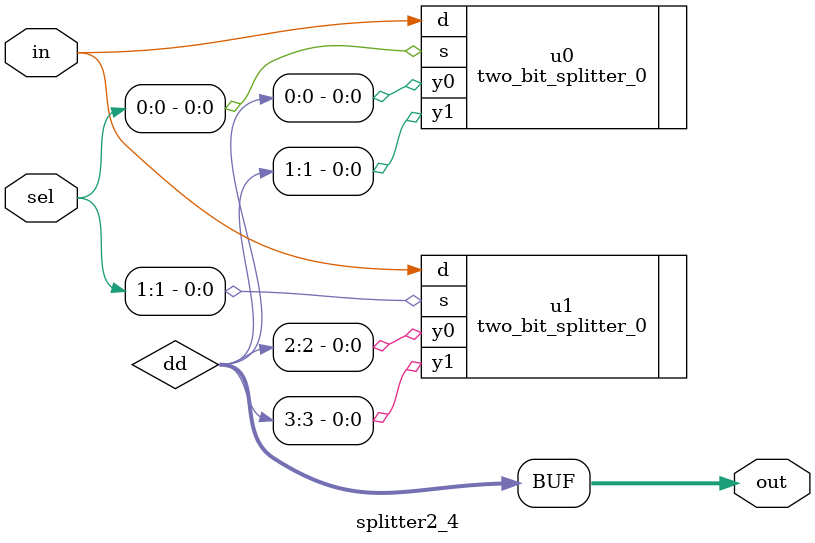
<source format=v>
`timescale 1ns / 1ps

module splitter2_4(in, out, sel);

  input in;
  input [1:0] sel;
  output [3:0] out;
  
  wire [3:0] dd;
  
  two_bit_splitter_0 u0 (
    .d(in),
    .s(sel[0]),
    .y0(dd[0]),
    .y1(dd[1])
  );
  
  two_bit_splitter_0 u1 (
    .d(in),
    .s(sel[1]),
    .y0(dd[2]),
    .y1(dd[3])
  );
  
  assign out = dd;
endmodule

</source>
